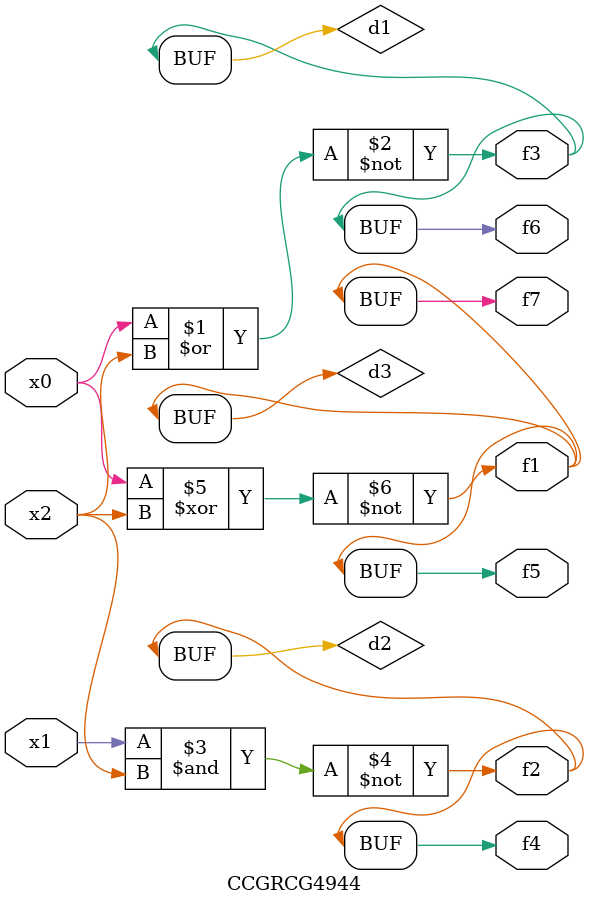
<source format=v>
module CCGRCG4944(
	input x0, x1, x2,
	output f1, f2, f3, f4, f5, f6, f7
);

	wire d1, d2, d3;

	nor (d1, x0, x2);
	nand (d2, x1, x2);
	xnor (d3, x0, x2);
	assign f1 = d3;
	assign f2 = d2;
	assign f3 = d1;
	assign f4 = d2;
	assign f5 = d3;
	assign f6 = d1;
	assign f7 = d3;
endmodule

</source>
